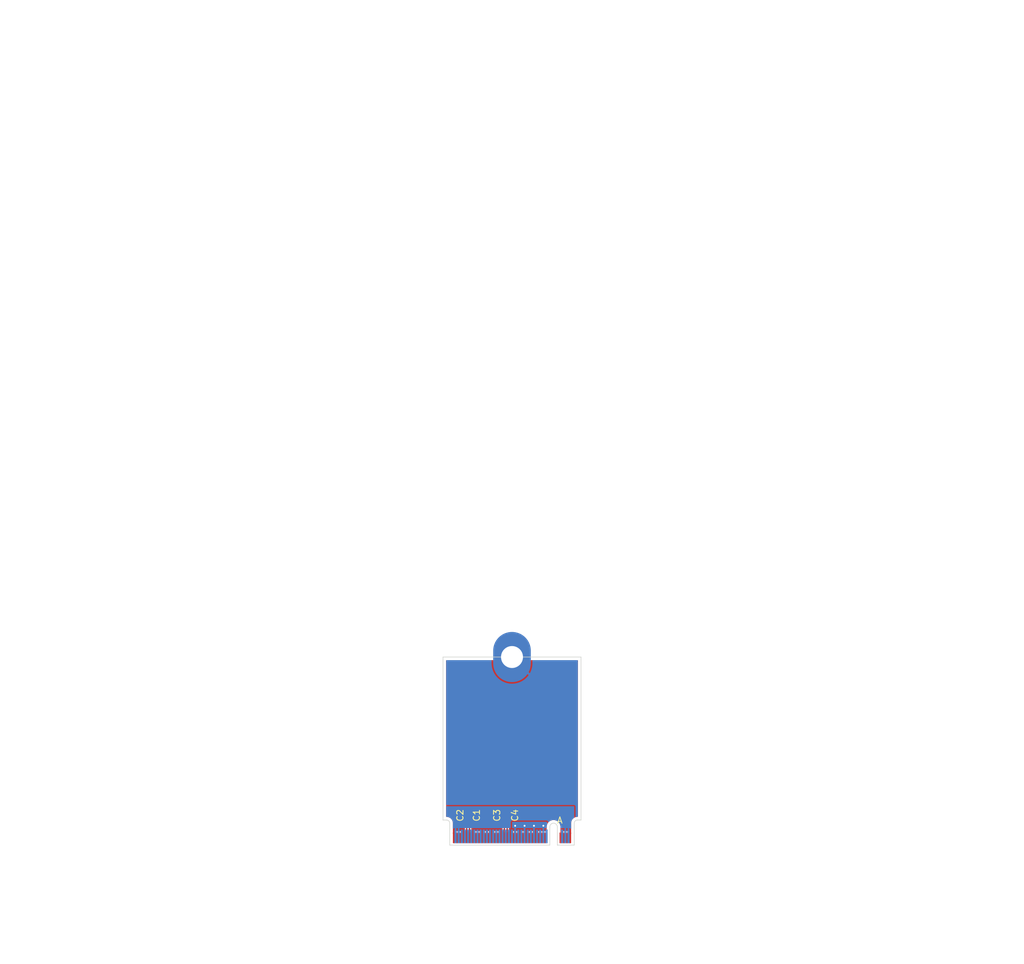
<source format=kicad_pcb>
(kicad_pcb (version 20241229) (generator "pcbnew") (generator_version "9.0")
  (layers (0 "F.Cu" signal) (2 "B.Cu" signal) (13 "F.Paste" user) (15 "B.Paste" user) (5 "F.SilkS" user "F.Silkscreen") (7 "B.SilkS" user "B.Silkscreen") (1 "F.Mask" user) (3 "B.Mask" user) (25 "Edge.Cuts" user))
  (net 0 "")
  (net 1 "/M.2 A Key/PET1P")
  (net 2 "/PET1+")
  (net 3 "/PET1-")
  (net 4 "/M.2 A Key/PET1N")
  (net 5 "/PET0-")
  (net 6 "/M.2 A Key/PET0N")
  (net 7 "/PET0+")
  (net 8 "/M.2 A Key/PET0P")
  (net 9 "GND")
  (net 10 "+3.3V")
  (net 11 "/USB_D-")
  (net 12 "/DP_AUX-")
  (net 14 "/REFCLK1+")
  (net 15 "/DP_ML0-")
  (net 16 "/CLKREQ1#")
  (net 17 "/LED#2")
  (net 18 "/I2C_DATA")
  (net 19 "/I2C_CLK")
  (net 20 "/DP_ML1-")
  (net 21 "/PER1+")
  (net 22 "/DP_ML1+")
  (net 23 "/PERST0#")
  (net 24 "/PERST1#")
  (net 25 "/DP_ML2+")
  (net 26 "/PER0-")
  (net 27 "/REFCLK0+")
  (net 29 "/DP_ML3-")
  (net 30 "/W_DISABLE2#")
  (net 31 "/DP_MLDIR")
  (net 33 "/PER1-")
  (net 34 "/USB_D+")
  (net 35 "/LED#1")
  (net 36 "/PEWAKE1#")
  (net 38 "/DP_HPD")
  (net 39 "/PEWAKE0#")
  (net 42 "/DP_ML2-")
  (net 44 "/CLKREQ0#")
  (net 45 "/ALERT#")
  (net 46 "/DP_ML0+")
  (net 47 "/DP_ML3+")
  (net 48 "/REFCLK1-")
  (net 49 "/PER0+")
  (net 50 "/REFCLK0-")
  (net 51 "/W_DISABLE1#")
  (net 52 "/SUSCLK")
  (net 53 "/DP_AUX+")
  (footprint "PCIexpress:M.2 A Key Connector" (layer "F.Cu") (at 104.05 154.43)
    (property "Reference" "J1")
    (property "Value" "~")
    (fp_line (start -11 -2.89) (end -10.425 -2.89) (stroke (width 0.1)) (layer "Edge.Cuts"))
    (fp_line (start -9.925 -2.39) (end -9.925 1.11) (stroke (width 0.1)) (layer "Edge.Cuts"))
    (fp_line (start 6.025 -1.79) (end 6.025 1.11) (stroke (width 0.1)) (layer "Edge.Cuts"))
    (fp_line (start 6.025 1.11) (end -9.925 1.11) (stroke (width 0.1)) (layer "Edge.Cuts"))
    (fp_line (start 7.225 -1.79) (end 7.225 1.11) (stroke (width 0.1)) (layer "Edge.Cuts"))
    (fp_line (start 7.225 1.11) (end 9.925 1.11) (stroke (width 0.1)) (layer "Edge.Cuts"))
    (fp_line (start 9.925 -2.39) (end 9.925 1.11) (stroke (width 0.1)) (layer "Edge.Cuts"))
    (fp_line (start 10.425 -2.89) (end 11 -2.89) (stroke (width 0.1)) (layer "Edge.Cuts"))
    (fp_arc (start -10.425 -2.89) (mid -10.071447 -2.743553) (end -9.925 -2.39) (stroke (width 0.1)) (layer "Edge.Cuts"))
    (fp_arc (start 6.025 -1.79) (mid 6.625 -2.39) (end 7.225 -1.79) (stroke (width 0.1)) (layer "Edge.Cuts"))
    (fp_arc (start 9.925 -2.39) (mid 10.071447 -2.743553) (end 10.425 -2.89) (stroke (width 0.1)) (layer "Edge.Cuts"))
    (fp_text user "A" (at 7.1 -2.255 0) (layer "F.SilkS") (effects (justify left bottom)))
    (pad "1" smd rect (at 9.25 -0.04 180) (size 0.35 1.7) (layers "F.Cu") (net 9 "GND"))
    (pad "2" smd rect (at 9 -0.29 180) (size 0.35 2.2) (layers "B.Cu") (net 10 "+3.3V"))
    (pad "3" smd rect (at 8.75 -0.04 180) (size 0.35 1.7) (layers "F.Cu") (net 34 "/USB_D+"))
    (pad "4" smd rect (at 8.5 -0.29 180) (size 0.35 2.2) (layers "B.Cu") (net 10 "+3.3V"))
    (pad "5" smd rect (at 8.25 -0.04 180) (size 0.35 1.7) (layers "F.Cu") (net 11 "/USB_D-"))
    (pad "6" smd rect (at 8 -0.29 180) (size 0.35 2.2) (layers "B.Cu") (net 35 "/LED#1"))
    (pad "7" smd rect (at 7.75 -0.04 180) (size 0.35 1.7) (layers "F.Cu") (net 9 "GND"))
    (pad "16" smd rect (at 5.5 -0.29 180) (size 0.35 2.2) (layers "B.Cu") (net 17 "/LED#2"))
    (pad "17" smd rect (at 5.25 -0.04 180) (size 0.35 1.7) (layers "F.Cu") (net 31 "/DP_MLDIR"))
    (pad "18" smd rect (at 5 -0.29 180) (size 0.35 2.2) (layers "B.Cu") (net 9 "GND"))
    (pad "19" smd rect (at 4.75 -0.04 180) (size 0.35 1.7) (layers "F.Cu") (net 29 "/DP_ML3-"))
    (pad "20" smd rect (at 4.5 -0.29 180) (size 0.35 2.2) (layers "B.Cu") (net 12 "/DP_AUX-"))
    (pad "21" smd rect (at 4.25 -0.04 180) (size 0.35 1.7) (layers "F.Cu") (net 47 "/DP_ML3+"))
    (pad "22" smd rect (at 4 -0.29 180) (size 0.35 2.2) (layers "B.Cu") (net 53 "/DP_AUX+"))
    (pad "23" smd rect (at 3.75 -0.04 180) (size 0.35 1.7) (layers "F.Cu") (net 9 "GND"))
    (pad "24" smd rect (at 3.5 -0.29 180) (size 0.35 2.2) (layers "B.Cu") (net 9 "GND"))
    (pad "25" smd rect (at 3.25 -0.04 180) (size 0.35 1.7) (layers "F.Cu") (net 42 "/DP_ML2-"))
    (pad "26" smd rect (at 3 -0.29 180) (size 0.35 2.2) (layers "B.Cu") (net 20 "/DP_ML1-"))
    (pad "27" smd rect (at 2.75 -0.04 180) (size 0.35 1.7) (layers "F.Cu") (net 25 "/DP_ML2+"))
    (pad "28" smd rect (at 2.5 -0.29 180) (size 0.35 2.2) (layers "B.Cu") (net 22 "/DP_ML1+"))
    (pad "29" smd rect (at 2.25 -0.04 180) (size 0.35 1.7) (layers "F.Cu") (net 9 "GND"))
    (pad "30" smd rect (at 2 -0.29 180) (size 0.35 2.2) (layers "B.Cu") (net 9 "GND"))
    (pad "31" smd rect (at 1.75 -0.04 180) (size 0.35 1.7) (layers "F.Cu") (net 38 "/DP_HPD"))
    (pad "32" smd rect (at 1.5 -0.29 180) (size 0.35 2.2) (layers "B.Cu") (net 15 "/DP_ML0-"))
    (pad "33" smd rect (at 1.25 -0.04 180) (size 0.35 1.7) (layers "F.Cu") (net 9 "GND"))
    (pad "34" smd rect (at 1 -0.29 180) (size 0.35 2.2) (layers "B.Cu") (net 46 "/DP_ML0+"))
    (pad "35" smd rect (at 0.75 -0.04 180) (size 0.35 1.7) (layers "F.Cu") (net 26 "/PER0-"))
    (pad "36" smd rect (at 0.5 -0.29 180) (size 0.35 2.2) (layers "B.Cu") (net 9 "GND"))
    (pad "37" smd rect (at 0.25 -0.04 180) (size 0.35 1.7) (layers "F.Cu") (net 49 "/PER0+"))
    (pad "38" smd rect (at 0 -0.29 180) (size 0.35 2.2) (layers "B.Cu"))
    (pad "39" smd rect (at -0.25 -0.04 180) (size 0.35 1.7) (layers "F.Cu") (net 9 "GND"))
    (pad "40" smd rect (at -0.5 -0.29 180) (size 0.35 2.2) (layers "B.Cu"))
    (pad "41" smd rect (at -0.75 -0.04 180) (size 0.35 1.7) (layers "F.Cu") (net 8 "/M.2 A Key/PET0P"))
    (pad "42" smd rect (at -1 -0.29 180) (size 0.35 2.2) (layers "B.Cu"))
    (pad "43" smd rect (at -1.25 -0.04 180) (size 0.35 1.7) (layers "F.Cu") (net 6 "/M.2 A Key/PET0N"))
    (pad "44" smd rect (at -1.5 -0.29 180) (size 0.35 2.2) (layers "B.Cu"))
    (pad "45" smd rect (at -1.75 -0.04 180) (size 0.35 1.7) (layers "F.Cu") (net 9 "GND"))
    (pad "46" smd rect (at -2 -0.29 180) (size 0.35 2.2) (layers "B.Cu"))
    (pad "47" smd rect (at -2.25 -0.04 180) (size 0.35 1.7) (layers "F.Cu") (net 27 "/REFCLK0+"))
    (pad "48" smd rect (at -2.5 -0.29 180) (size 0.35 2.2) (layers "B.Cu"))
    (pad "49" smd rect (at -2.75 -0.04 180) (size 0.35 1.7) (layers "F.Cu") (net 50 "/REFCLK0-"))
    (pad "50" smd rect (at -3 -0.29 180) (size 0.35 2.2) (layers "B.Cu") (net 52 "/SUSCLK"))
    (pad "51" smd rect (at -3.25 -0.04 180) (size 0.35 1.7) (layers "F.Cu") (net 9 "GND"))
    (pad "52" smd rect (at -3.5 -0.29 180) (size 0.35 2.2) (layers "B.Cu") (net 23 "/PERST0#"))
    (pad "53" smd rect (at -3.75 -0.04 180) (size 0.35 1.7) (layers "F.Cu") (net 44 "/CLKREQ0#"))
    (pad "54" smd rect (at -4 -0.29 180) (size 0.35 2.2) (layers "B.Cu") (net 30 "/W_DISABLE2#"))
    (pad "55" smd rect (at -4.25 -0.04 180) (size 0.35 1.7) (layers "F.Cu") (net 39 "/PEWAKE0#"))
    (pad "56" smd rect (at -4.5 -0.29 180) (size 0.35 2.2) (layers "B.Cu") (net 51 "/W_DISABLE1#"))
    (pad "57" smd rect (at -4.75 -0.04 180) (size 0.35 1.7) (layers "F.Cu") (net 9 "GND"))
    (pad "58" smd rect (at -5 -0.29 180) (size 0.35 2.2) (layers "B.Cu") (net 18 "/I2C_DATA"))
    (pad "59" smd rect (at -5.25 -0.04 180) (size 0.35 1.7) (layers "F.Cu") (net 21 "/PER1+"))
    (pad "60" smd rect (at -5.5 -0.29 180) (size 0.35 2.2) (layers "B.Cu") (net 19 "/I2C_CLK"))
    (pad "61" smd rect (at -5.75 -0.04 180) (size 0.35 1.7) (layers "F.Cu") (net 33 "/PER1-"))
    (pad "62" smd rect (at -6 -0.29 180) (size 0.35 2.2) (layers "B.Cu") (net 45 "/ALERT#"))
    (pad "63" smd rect (at -6.25 -0.04 180) (size 0.35 1.7) (layers "F.Cu") (net 9 "GND"))
    (pad "64" smd rect (at -6.5 -0.29 180) (size 0.35 2.2) (layers "B.Cu"))
    (pad "65" smd rect (at -6.75 -0.04 180) (size 0.35 1.7) (layers "F.Cu") (net 1 "/M.2 A Key/PET1P"))
    (pad "66" smd rect (at -7 -0.29 180) (size 0.35 2.2) (layers "B.Cu") (net 24 "/PERST1#"))
    (pad "67" smd rect (at -7.25 -0.04 180) (size 0.35 1.7) (layers "F.Cu") (net 4 "/M.2 A Key/PET1N"))
    (pad "68" smd rect (at -7.5 -0.29 180) (size 0.35 2.2) (layers "B.Cu") (net 16 "/CLKREQ1#"))
    (pad "69" smd rect (at -7.75 -0.04 180) (size 0.35 1.7) (layers "F.Cu") (net 9 "GND"))
    (pad "70" smd rect (at -8 -0.29 180) (size 0.35 2.2) (layers "B.Cu") (net 36 "/PEWAKE1#"))
    (pad "71" smd rect (at -8.25 -0.04 180) (size 0.35 1.7) (layers "F.Cu") (net 14 "/REFCLK1+"))
    (pad "72" smd rect (at -8.5 -0.29 180) (size 0.35 2.2) (layers "B.Cu") (net 10 "+3.3V"))
    (pad "73" smd rect (at -8.75 -0.04 180) (size 0.35 1.7) (layers "F.Cu") (net 48 "/REFCLK1-"))
    (pad "74" smd rect (at -9 -0.29 180) (size 0.35 2.2) (layers "B.Cu") (net 10 "+3.3V"))
    (pad "75" smd rect (at -9.25 -0.04 180) (size 0.35 1.7) (layers "F.Cu") (net 9 "GND"))
  )
  (footprint "Capacitor_SMD:C_0201_0603Metric" (layer "F.Cu") (at 103.4 150.794 90)
    (property "Reference" "C4" (at 0 1.109 90) (layer "F.SilkS"))
    (property "Value" "220nF")
    (pad "1" smd roundrect (at -0.32 0 90) (size 0.46 0.4) (layers "F.Cu" "F.Mask") (net 8 "/M.2 A Key/PET0P"))
    (pad "2" smd roundrect (at 0.32 0 90) (size 0.46 0.4) (layers "F.Cu" "F.Mask") (net 7 "/PET0+"))
  )
  (footprint "Capacitor_SMD:C_0201_0603Metric" (layer "F.Cu") (at 102.7 150.794 90)
    (property "Reference" "C3" (at 0 -1.05 90) (layer "F.SilkS"))
    (property "Value" "220nF")
    (pad "1" smd roundrect (at -0.32 0 90) (size 0.46 0.4) (layers "F.Cu" "F.Mask") (net 6 "/M.2 A Key/PET0N"))
    (pad "2" smd roundrect (at 0.32 0 90) (size 0.46 0.4) (layers "F.Cu" "F.Mask") (net 5 "/PET0-"))
  )
  (footprint "Capacitor_SMD:C_0201_0603Metric" (layer "F.Cu") (at 97.4 150.794 90)
    (property "Reference" "C1" (at 0.005 1.009 90) (layer "F.SilkS"))
    (property "Value" "220nF")
    (pad "1" smd roundrect (at -0.32 0 90) (size 0.46 0.4) (layers "F.Cu" "F.Mask") (net 1 "/M.2 A Key/PET1P"))
    (pad "2" smd roundrect (at 0.32 0 90) (size 0.46 0.4) (layers "F.Cu" "F.Mask") (net 2 "/PET1+"))
  )
  (footprint "PCIexpress:M.2 Mounting Pad" (layer "F.Cu") (at 104.05 125.54)
    (property "Reference" "H1")
    (property "Value" "MountingHole_Pad")
    (pad "1" thru_hole circle (at 0 0) (size 5.5 5.5) (drill 3.5) (property pad_prop_castellated) (layers "*.Cu" "*.Mask") (net 9 "GND") (padstack (mode front_inner_back) (layer "Inner" (shape circle) (size 5.5 5.5)) (layer "B.Cu" (shape oval) (size 6 8))))
  )
  (footprint "Capacitor_SMD:C_0201_0603Metric" (layer "F.Cu") (at 96.7 150.794 90)
    (property "Reference" "C2" (at -0.005 -0.921 90) (layer "F.SilkS"))
    (property "Value" "220nF")
    (pad "1" smd roundrect (at -0.32 0 90) (size 0.46 0.4) (layers "F.Cu" "F.Mask") (net 4 "/M.2 A Key/PET1N"))
    (pad "2" smd roundrect (at 0.32 0 90) (size 0.46 0.4) (layers "F.Cu" "F.Mask") (net 3 "/PET1-"))
  )
  (gr_line (start 93.05 125.54) (end 93.05 151.54) (stroke (width 0.1)) (layer "Edge.Cuts"))
  (gr_line (start 115.05 151.54) (end 115.05 125.54) (stroke (width 0.1)) (layer "Edge.Cuts"))
  (gr_line (start 115.05 125.54) (end 93.05 125.54) (stroke (width 0.1)) (layer "Edge.Cuts"))
  (segment (start 97.275 153.089999) (end 97.275 151.584001) (width 0.2) (layer "F.Cu") (net 1))
  (segment (start 97.275 151.584001) (end 97.4 151.459001) (width 0.2) (layer "F.Cu") (net 1))
  (segment (start 97.3 153.114999) (end 97.275 153.089999) (width 0.2) (layer "F.Cu") (net 1))
  (segment (start 97.3 154.39) (end 97.3 153.114999) (width 0.2) (layer "F.Cu") (net 1))
  (segment (start 97.4 151.459001) (end 97.4 151.114) (width 0.2) (layer "F.Cu") (net 1))
  (segment (start 96.8 153.114999) (end 96.825 153.089999) (width 0.2) (layer "F.Cu") (net 4))
  (segment (start 96.7 151.459001) (end 96.7 151.114) (width 0.2) (layer "F.Cu") (net 4))
  (segment (start 96.825 153.089999) (end 96.825 151.584001) (width 0.2) (layer "F.Cu") (net 4))
  (segment (start 96.8 154.39) (end 96.8 153.114999) (width 0.2) (layer "F.Cu") (net 4))
  (segment (start 96.825 151.584001) (end 96.7 151.459001) (width 0.2) (layer "F.Cu") (net 4))
  (segment (start 102.825 151.584001) (end 102.7 151.459001) (width 0.2) (layer "F.Cu") (net 6))
  (segment (start 102.8 154.39) (end 102.8 153.114999) (width 0.2) (layer "F.Cu") (net 6))
  (segment (start 102.7 151.459001) (end 102.7 151.114) (width 0.2) (layer "F.Cu") (net 6))
  (segment (start 102.8 153.114999) (end 102.825 153.089999) (width 0.2) (layer "F.Cu") (net 6))
  (segment (start 102.825 153.089999) (end 102.825 151.584001) (width 0.2) (layer "F.Cu") (net 6))
  (segment (start 103.4 151.459001) (end 103.4 151.114) (width 0.2) (layer "F.Cu") (net 8))
  (segment (start 103.275 153.089999) (end 103.275 151.584001) (width 0.2) (layer "F.Cu") (net 8))
  (segment (start 103.275 151.584001) (end 103.4 151.459001) (width 0.2) (layer "F.Cu") (net 8))
  (segment (start 103.3 153.114999) (end 103.275 153.089999) (width 0.2) (layer "F.Cu") (net 8))
  (segment (start 103.3 154.39) (end 103.3 153.114999) (width 0.2) (layer "F.Cu") (net 8))
  (via (at 107.55 152.459) (size 0.6) (drill 0.3) (layers "F.Cu" "B.Cu") (net 9))
  (via (at 104.55 152.459) (size 0.6) (drill 0.3) (layers "F.Cu" "B.Cu") (net 9))
  (via (at 109.05 152.459) (size 0.6) (drill 0.3) (layers "F.Cu" "B.Cu") (net 9))
  (via (at 106.05 152.459) (size 0.6) (drill 0.3) (layers "F.Cu" "B.Cu") (net 9))
  (zone (net 9) (net_name "GND") (layers "F.Cu" "B.Cu") (connect_pads (clearance 0.2)) (min_thickness 0.15) (fill yes (thermal_gap 0.25) (thermal_bridge_width 0.35))
    (polygon (pts (xy 93.049 125.539) (xy 115.049 125.539) (xy 115.050084 153.73) (xy 93.050084 153.73)))
  )
  (zone (net 9) (net_name "GND") (layer "B.Cu") (priority 2) (connect_pads (clearance 0.2)) (min_thickness 0.15) (fill yes (thermal_gap 0.25) (thermal_bridge_width 0.35))
    (polygon (pts (xy 104.059 152.844) (xy 104.059 151.819) (xy 109.614 151.819) (xy 109.614 152.844)))
  )
  (zone (net 10) (net_name "+3.3V") (layer "B.Cu") (priority 1) (connect_pads (clearance 0.2)) (min_thickness 0.1) (fill yes (thermal_gap 0.2) (thermal_bridge_width 0.25))
    (polygon (pts (xy 113.969 153.724) (xy 113.969 149.359) (xy 113.954 149.344) (xy 93.499 149.344) (xy 93.499 153.974) (xy 113.719 153.974)))
  )
)
</source>
